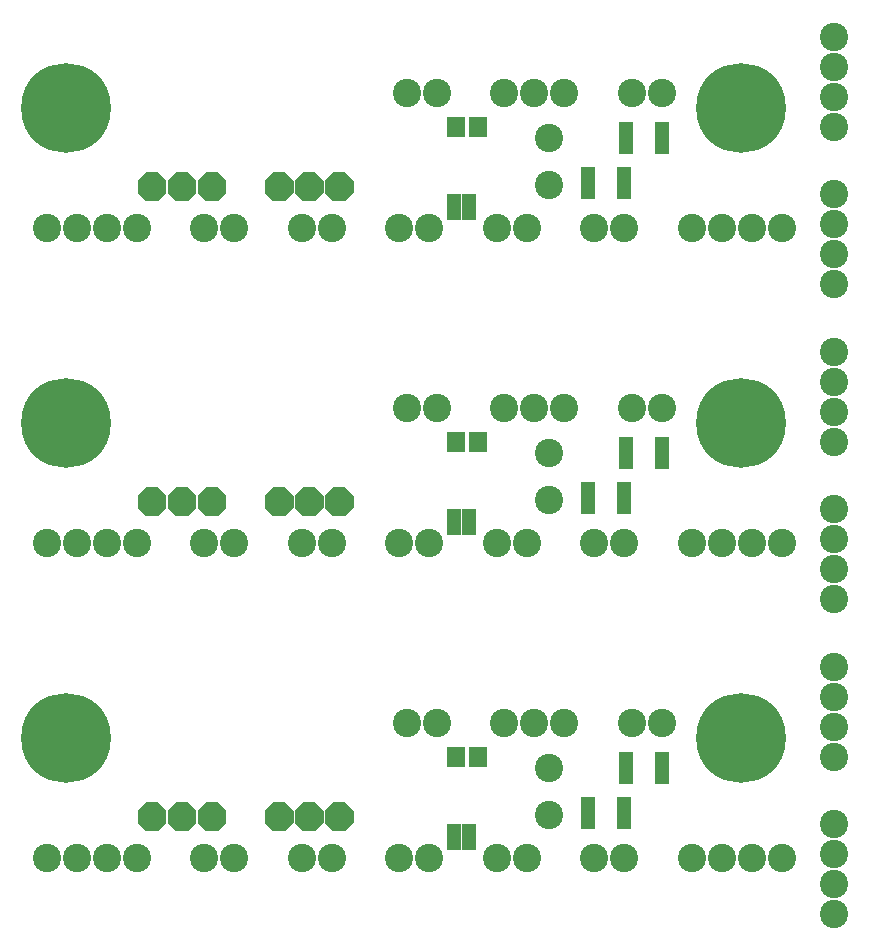
<source format=gbr>
%FSLAX34Y34*%
%MOMM*%
%LNSOLDERMASK_TOP*%
G71*
G01*
%ADD10C, 2.40*%
%ADD11C, 7.60*%
%ADD12R, 1.20X2.70*%
%ADD13R, 1.50X1.80*%
%ADD14R, 1.20X2.20*%
%LPD*%
X703262Y-39688D02*
G54D10*
D03*
X703262Y-65088D02*
G54D10*
D03*
X703262Y-90488D02*
G54D10*
D03*
X703262Y-115888D02*
G54D10*
D03*
X703262Y-173038D02*
G54D10*
D03*
X703262Y-198438D02*
G54D10*
D03*
X703262Y-223838D02*
G54D10*
D03*
X703262Y-249238D02*
G54D10*
D03*
X525462Y-201612D02*
G54D10*
D03*
X500062Y-201612D02*
G54D10*
D03*
X531812Y-87312D02*
G54D10*
D03*
X557212Y-87312D02*
G54D10*
D03*
X658812Y-201612D02*
G54D10*
D03*
X633412Y-201612D02*
G54D10*
D03*
X608012Y-201612D02*
G54D10*
D03*
X582612Y-201612D02*
G54D10*
D03*
X341313Y-87312D02*
G54D10*
D03*
X366712Y-87312D02*
G54D10*
D03*
X623888Y-100012D02*
G54D11*
D03*
X52388Y-100012D02*
G54D11*
D03*
X500062Y-201612D02*
G54D10*
D03*
X112712Y-201612D02*
G54D10*
D03*
X87312Y-201612D02*
G54D10*
D03*
X61912Y-201612D02*
G54D10*
D03*
X36512Y-201612D02*
G54D10*
D03*
X494903Y-163512D02*
G54D12*
D03*
G36*
X519462Y-150013D02*
X531462Y-150012D01*
X531463Y-177012D01*
X519463Y-177013D01*
X519462Y-150013D01*
G37*
G36*
X221362Y-161708D02*
X228382Y-154688D01*
X238342Y-154688D01*
X245362Y-161708D01*
X245362Y-171668D01*
X238342Y-178688D01*
X228382Y-178688D01*
X221362Y-171668D01*
X221362Y-161708D01*
G37*
G36*
X246762Y-161708D02*
X253782Y-154688D01*
X263742Y-154688D01*
X270762Y-161708D01*
X270762Y-171668D01*
X263742Y-178688D01*
X253782Y-178688D01*
X246762Y-171668D01*
X246762Y-161708D01*
G37*
G36*
X272162Y-161708D02*
X279182Y-154688D01*
X289142Y-154688D01*
X296162Y-161708D01*
X296162Y-171668D01*
X289142Y-178688D01*
X279182Y-178688D01*
X272162Y-171668D01*
X272162Y-161708D01*
G37*
G36*
X246762Y-161708D02*
X253782Y-154688D01*
X263742Y-154688D01*
X270762Y-161708D01*
X270762Y-171668D01*
X263742Y-178688D01*
X253782Y-178688D01*
X246762Y-171668D01*
X246762Y-161708D01*
G37*
X442912Y-201612D02*
G54D10*
D03*
X417512Y-201612D02*
G54D10*
D03*
X401612Y-115912D02*
G54D13*
D03*
X382612Y-115912D02*
G54D13*
D03*
G36*
X113412Y-161708D02*
X120432Y-154688D01*
X130392Y-154688D01*
X137412Y-161708D01*
X137412Y-171668D01*
X130392Y-178688D01*
X120432Y-178688D01*
X113412Y-171668D01*
X113412Y-161708D01*
G37*
G36*
X138812Y-161708D02*
X145832Y-154688D01*
X155792Y-154688D01*
X162812Y-161708D01*
X162812Y-171668D01*
X155792Y-178688D01*
X145832Y-178688D01*
X138812Y-171668D01*
X138812Y-161708D01*
G37*
G36*
X164212Y-161708D02*
X171232Y-154688D01*
X181192Y-154688D01*
X188212Y-161708D01*
X188212Y-171668D01*
X181192Y-178688D01*
X171232Y-178688D01*
X164212Y-171668D01*
X164212Y-161708D01*
G37*
G36*
X138812Y-161708D02*
X145832Y-154688D01*
X155792Y-154688D01*
X162812Y-161708D01*
X162812Y-171668D01*
X155792Y-178688D01*
X145832Y-178688D01*
X138812Y-171668D01*
X138812Y-161708D01*
G37*
X423862Y-87312D02*
G54D10*
D03*
X449262Y-87312D02*
G54D10*
D03*
X474662Y-87312D02*
G54D10*
D03*
X417512Y-201612D02*
G54D10*
D03*
X366712Y-87312D02*
G54D10*
D03*
X531812Y-87312D02*
G54D10*
D03*
X449262Y-87312D02*
G54D10*
D03*
X360362Y-201612D02*
G54D10*
D03*
X334962Y-201612D02*
G54D10*
D03*
X36512Y-201612D02*
G54D10*
D03*
X526653Y-125412D02*
G54D12*
D03*
G36*
X551212Y-111913D02*
X563212Y-111912D01*
X563213Y-138912D01*
X551213Y-138913D01*
X551212Y-111913D01*
G37*
X461962Y-125412D02*
G54D10*
D03*
X461962Y-165412D02*
G54D10*
D03*
X195262Y-201612D02*
G54D10*
D03*
X169862Y-201612D02*
G54D10*
D03*
X277812Y-201612D02*
G54D10*
D03*
X252412Y-201612D02*
G54D10*
D03*
X277812Y-201612D02*
G54D10*
D03*
X381000Y-184150D02*
G54D14*
D03*
X393700Y-184150D02*
G54D14*
D03*
X703262Y-306388D02*
G54D10*
D03*
X703262Y-331788D02*
G54D10*
D03*
X703262Y-357188D02*
G54D10*
D03*
X703262Y-382588D02*
G54D10*
D03*
X703262Y-439738D02*
G54D10*
D03*
X703262Y-465138D02*
G54D10*
D03*
X703262Y-490538D02*
G54D10*
D03*
X703262Y-515938D02*
G54D10*
D03*
X525462Y-468312D02*
G54D10*
D03*
X500062Y-468312D02*
G54D10*
D03*
X531812Y-354012D02*
G54D10*
D03*
X557212Y-354012D02*
G54D10*
D03*
X658812Y-468312D02*
G54D10*
D03*
X633412Y-468312D02*
G54D10*
D03*
X608012Y-468312D02*
G54D10*
D03*
X582612Y-468312D02*
G54D10*
D03*
X341313Y-354012D02*
G54D10*
D03*
X366712Y-354012D02*
G54D10*
D03*
X623888Y-366712D02*
G54D11*
D03*
X52388Y-366712D02*
G54D11*
D03*
X500062Y-468312D02*
G54D10*
D03*
X112712Y-468312D02*
G54D10*
D03*
X87312Y-468312D02*
G54D10*
D03*
X61912Y-468312D02*
G54D10*
D03*
X36512Y-468312D02*
G54D10*
D03*
X494903Y-430212D02*
G54D12*
D03*
X525462Y-430212D02*
G54D12*
D03*
G36*
X221362Y-428408D02*
X228382Y-421388D01*
X238342Y-421388D01*
X245362Y-428408D01*
X245362Y-438368D01*
X238342Y-445388D01*
X228382Y-445388D01*
X221362Y-438368D01*
X221362Y-428408D01*
G37*
G36*
X246762Y-428408D02*
X253782Y-421388D01*
X263742Y-421388D01*
X270762Y-428408D01*
X270762Y-438368D01*
X263742Y-445388D01*
X253782Y-445388D01*
X246762Y-438368D01*
X246762Y-428408D01*
G37*
G36*
X272162Y-428408D02*
X279182Y-421388D01*
X289142Y-421388D01*
X296162Y-428408D01*
X296162Y-438368D01*
X289142Y-445388D01*
X279182Y-445388D01*
X272162Y-438368D01*
X272162Y-428408D01*
G37*
G36*
X246762Y-428408D02*
X253782Y-421388D01*
X263742Y-421388D01*
X270762Y-428408D01*
X270762Y-438368D01*
X263742Y-445388D01*
X253782Y-445388D01*
X246762Y-438368D01*
X246762Y-428408D01*
G37*
X442912Y-468312D02*
G54D10*
D03*
X417512Y-468312D02*
G54D10*
D03*
X401612Y-382612D02*
G54D13*
D03*
X382612Y-382612D02*
G54D13*
D03*
G36*
X113412Y-428408D02*
X120432Y-421388D01*
X130392Y-421388D01*
X137412Y-428408D01*
X137412Y-438368D01*
X130392Y-445388D01*
X120432Y-445388D01*
X113412Y-438368D01*
X113412Y-428408D01*
G37*
G36*
X138812Y-428408D02*
X145832Y-421388D01*
X155792Y-421388D01*
X162812Y-428408D01*
X162812Y-438368D01*
X155792Y-445388D01*
X145832Y-445388D01*
X138812Y-438368D01*
X138812Y-428408D01*
G37*
G36*
X164212Y-428408D02*
X171232Y-421388D01*
X181192Y-421388D01*
X188212Y-428408D01*
X188212Y-438368D01*
X181192Y-445388D01*
X171232Y-445388D01*
X164212Y-438368D01*
X164212Y-428408D01*
G37*
G36*
X138812Y-428408D02*
X145832Y-421388D01*
X155792Y-421388D01*
X162812Y-428408D01*
X162812Y-438368D01*
X155792Y-445388D01*
X145832Y-445388D01*
X138812Y-438368D01*
X138812Y-428408D01*
G37*
X423862Y-354012D02*
G54D10*
D03*
X449262Y-354012D02*
G54D10*
D03*
X474662Y-354012D02*
G54D10*
D03*
X417512Y-468312D02*
G54D10*
D03*
X366712Y-354012D02*
G54D10*
D03*
X531812Y-354012D02*
G54D10*
D03*
X449262Y-354012D02*
G54D10*
D03*
X360362Y-468312D02*
G54D10*
D03*
X334962Y-468312D02*
G54D10*
D03*
X36512Y-468312D02*
G54D10*
D03*
X526653Y-392112D02*
G54D12*
D03*
X557212Y-392112D02*
G54D12*
D03*
X461962Y-392112D02*
G54D10*
D03*
X461962Y-432112D02*
G54D10*
D03*
X195262Y-468312D02*
G54D10*
D03*
X169862Y-468312D02*
G54D10*
D03*
X277812Y-468312D02*
G54D10*
D03*
X252412Y-468312D02*
G54D10*
D03*
X277812Y-468312D02*
G54D10*
D03*
X381000Y-450850D02*
G54D14*
D03*
X393700Y-450850D02*
G54D14*
D03*
X703262Y-573088D02*
G54D10*
D03*
X703262Y-598488D02*
G54D10*
D03*
X703262Y-623888D02*
G54D10*
D03*
X703262Y-649288D02*
G54D10*
D03*
X703262Y-706438D02*
G54D10*
D03*
X703262Y-731838D02*
G54D10*
D03*
X703262Y-757238D02*
G54D10*
D03*
X703262Y-782638D02*
G54D10*
D03*
X525462Y-735012D02*
G54D10*
D03*
X500062Y-735012D02*
G54D10*
D03*
X531812Y-620712D02*
G54D10*
D03*
X557212Y-620712D02*
G54D10*
D03*
X658812Y-735012D02*
G54D10*
D03*
X633412Y-735012D02*
G54D10*
D03*
X608012Y-735012D02*
G54D10*
D03*
X582612Y-735012D02*
G54D10*
D03*
X341313Y-620712D02*
G54D10*
D03*
X366712Y-620712D02*
G54D10*
D03*
X623888Y-633412D02*
G54D11*
D03*
X52388Y-633412D02*
G54D11*
D03*
X500062Y-735012D02*
G54D10*
D03*
X112712Y-735012D02*
G54D10*
D03*
X87312Y-735012D02*
G54D10*
D03*
X61912Y-735012D02*
G54D10*
D03*
X36512Y-735012D02*
G54D10*
D03*
X494903Y-696912D02*
G54D12*
D03*
X525462Y-696912D02*
G54D12*
D03*
G36*
X221362Y-695108D02*
X228382Y-688088D01*
X238342Y-688088D01*
X245362Y-695108D01*
X245362Y-705068D01*
X238342Y-712088D01*
X228382Y-712088D01*
X221362Y-705068D01*
X221362Y-695108D01*
G37*
G36*
X246762Y-695108D02*
X253782Y-688088D01*
X263742Y-688088D01*
X270762Y-695108D01*
X270762Y-705068D01*
X263742Y-712088D01*
X253782Y-712088D01*
X246762Y-705068D01*
X246762Y-695108D01*
G37*
G36*
X272162Y-695108D02*
X279182Y-688088D01*
X289142Y-688088D01*
X296162Y-695108D01*
X296162Y-705068D01*
X289142Y-712088D01*
X279182Y-712088D01*
X272162Y-705068D01*
X272162Y-695108D01*
G37*
G36*
X246762Y-695108D02*
X253782Y-688088D01*
X263742Y-688088D01*
X270762Y-695108D01*
X270762Y-705068D01*
X263742Y-712088D01*
X253782Y-712088D01*
X246762Y-705068D01*
X246762Y-695108D01*
G37*
X442912Y-735012D02*
G54D10*
D03*
X417512Y-735012D02*
G54D10*
D03*
X401612Y-649312D02*
G54D13*
D03*
X382612Y-649312D02*
G54D13*
D03*
G36*
X113412Y-695108D02*
X120432Y-688088D01*
X130392Y-688088D01*
X137412Y-695108D01*
X137412Y-705068D01*
X130392Y-712088D01*
X120432Y-712088D01*
X113412Y-705068D01*
X113412Y-695108D01*
G37*
G36*
X138812Y-695108D02*
X145832Y-688088D01*
X155792Y-688088D01*
X162812Y-695108D01*
X162812Y-705068D01*
X155792Y-712088D01*
X145832Y-712088D01*
X138812Y-705068D01*
X138812Y-695108D01*
G37*
G36*
X164212Y-695108D02*
X171232Y-688088D01*
X181192Y-688088D01*
X188212Y-695108D01*
X188212Y-705068D01*
X181192Y-712088D01*
X171232Y-712088D01*
X164212Y-705068D01*
X164212Y-695108D01*
G37*
G36*
X138812Y-695108D02*
X145832Y-688088D01*
X155792Y-688088D01*
X162812Y-695108D01*
X162812Y-705068D01*
X155792Y-712088D01*
X145832Y-712088D01*
X138812Y-705068D01*
X138812Y-695108D01*
G37*
X423862Y-620712D02*
G54D10*
D03*
X449262Y-620712D02*
G54D10*
D03*
X474662Y-620712D02*
G54D10*
D03*
X417512Y-735012D02*
G54D10*
D03*
X366712Y-620712D02*
G54D10*
D03*
X531812Y-620712D02*
G54D10*
D03*
X449262Y-620712D02*
G54D10*
D03*
X360362Y-735012D02*
G54D10*
D03*
X334962Y-735012D02*
G54D10*
D03*
X36512Y-735012D02*
G54D10*
D03*
X526653Y-658812D02*
G54D12*
D03*
X557212Y-658812D02*
G54D12*
D03*
X461962Y-658812D02*
G54D10*
D03*
X461962Y-698812D02*
G54D10*
D03*
X195262Y-735012D02*
G54D10*
D03*
X169862Y-735012D02*
G54D10*
D03*
X277812Y-735012D02*
G54D10*
D03*
X252412Y-735012D02*
G54D10*
D03*
X277812Y-735012D02*
G54D10*
D03*
X381000Y-717550D02*
G54D14*
D03*
X393700Y-717550D02*
G54D14*
D03*
M02*

</source>
